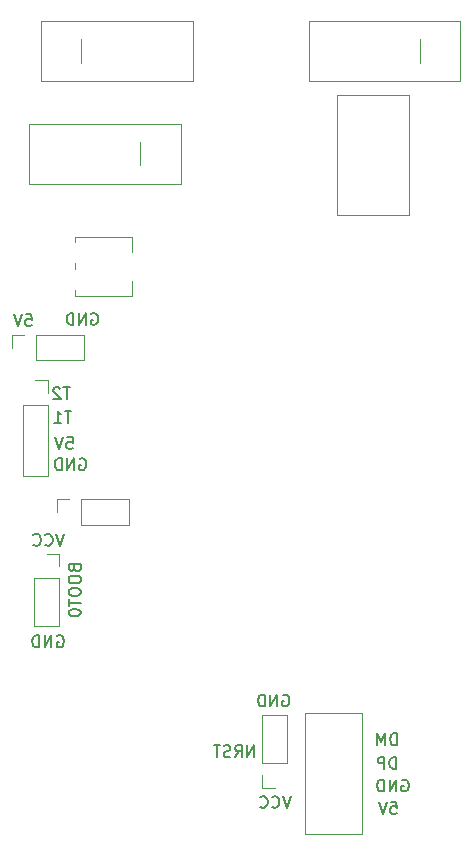
<source format=gbr>
%TF.GenerationSoftware,KiCad,Pcbnew,(5.1.6-0-10_14)*%
%TF.CreationDate,2020-12-05T10:50:09+01:00*%
%TF.ProjectId,Mys,4d79732e-6b69-4636-9164-5f7063625858,rev?*%
%TF.SameCoordinates,PX223cd58PY13c0734*%
%TF.FileFunction,Legend,Bot*%
%TF.FilePolarity,Positive*%
%FSLAX46Y46*%
G04 Gerber Fmt 4.6, Leading zero omitted, Abs format (unit mm)*
G04 Created by KiCad (PCBNEW (5.1.6-0-10_14)) date 2020-12-05 10:50:09*
%MOMM*%
%LPD*%
G01*
G04 APERTURE LIST*
%ADD10C,0.150000*%
%ADD11C,0.120000*%
G04 APERTURE END LIST*
D10*
X5461904Y-25100000D02*
X5557142Y-25052380D01*
X5700000Y-25052380D01*
X5842857Y-25100000D01*
X5938095Y-25195238D01*
X5985714Y-25290476D01*
X6033333Y-25480952D01*
X6033333Y-25623809D01*
X5985714Y-25814285D01*
X5938095Y-25909523D01*
X5842857Y-26004761D01*
X5700000Y-26052380D01*
X5604761Y-26052380D01*
X5461904Y-26004761D01*
X5414285Y-25957142D01*
X5414285Y-25623809D01*
X5604761Y-25623809D01*
X4985714Y-26052380D02*
X4985714Y-25052380D01*
X4414285Y-26052380D01*
X4414285Y-25052380D01*
X3938095Y-26052380D02*
X3938095Y-25052380D01*
X3700000Y-25052380D01*
X3557142Y-25100000D01*
X3461904Y-25195238D01*
X3414285Y-25290476D01*
X3366666Y-25480952D01*
X3366666Y-25623809D01*
X3414285Y-25814285D01*
X3461904Y-25909523D01*
X3557142Y-26004761D01*
X3700000Y-26052380D01*
X3938095Y-26052380D01*
X-109524Y-25152380D02*
X366666Y-25152380D01*
X414285Y-25628571D01*
X366666Y-25580952D01*
X271428Y-25533333D01*
X33333Y-25533333D01*
X-61905Y-25580952D01*
X-109524Y-25628571D01*
X-157143Y-25723809D01*
X-157143Y-25961904D01*
X-109524Y-26057142D01*
X-61905Y-26104761D01*
X33333Y-26152380D01*
X271428Y-26152380D01*
X366666Y-26104761D01*
X414285Y-26057142D01*
X-442858Y-25152380D02*
X-776191Y-26152380D01*
X-1109524Y-25152380D01*
X30790476Y-66452380D02*
X31266666Y-66452380D01*
X31314285Y-66928571D01*
X31266666Y-66880952D01*
X31171428Y-66833333D01*
X30933333Y-66833333D01*
X30838095Y-66880952D01*
X30790476Y-66928571D01*
X30742857Y-67023809D01*
X30742857Y-67261904D01*
X30790476Y-67357142D01*
X30838095Y-67404761D01*
X30933333Y-67452380D01*
X31171428Y-67452380D01*
X31266666Y-67404761D01*
X31314285Y-67357142D01*
X30457142Y-66452380D02*
X30123809Y-67452380D01*
X29790476Y-66452380D01*
X31761904Y-64600000D02*
X31857142Y-64552380D01*
X32000000Y-64552380D01*
X32142857Y-64600000D01*
X32238095Y-64695238D01*
X32285714Y-64790476D01*
X32333333Y-64980952D01*
X32333333Y-65123809D01*
X32285714Y-65314285D01*
X32238095Y-65409523D01*
X32142857Y-65504761D01*
X32000000Y-65552380D01*
X31904761Y-65552380D01*
X31761904Y-65504761D01*
X31714285Y-65457142D01*
X31714285Y-65123809D01*
X31904761Y-65123809D01*
X31285714Y-65552380D02*
X31285714Y-64552380D01*
X30714285Y-65552380D01*
X30714285Y-64552380D01*
X30238095Y-65552380D02*
X30238095Y-64552380D01*
X30000000Y-64552380D01*
X29857142Y-64600000D01*
X29761904Y-64695238D01*
X29714285Y-64790476D01*
X29666666Y-64980952D01*
X29666666Y-65123809D01*
X29714285Y-65314285D01*
X29761904Y-65409523D01*
X29857142Y-65504761D01*
X30000000Y-65552380D01*
X30238095Y-65552380D01*
X31261904Y-63652380D02*
X31261904Y-62652380D01*
X31023809Y-62652380D01*
X30880952Y-62700000D01*
X30785714Y-62795238D01*
X30738095Y-62890476D01*
X30690476Y-63080952D01*
X30690476Y-63223809D01*
X30738095Y-63414285D01*
X30785714Y-63509523D01*
X30880952Y-63604761D01*
X31023809Y-63652380D01*
X31261904Y-63652380D01*
X30261904Y-63652380D02*
X30261904Y-62652380D01*
X29880952Y-62652380D01*
X29785714Y-62700000D01*
X29738095Y-62747619D01*
X29690476Y-62842857D01*
X29690476Y-62985714D01*
X29738095Y-63080952D01*
X29785714Y-63128571D01*
X29880952Y-63176190D01*
X30261904Y-63176190D01*
X31333333Y-61652380D02*
X31333333Y-60652380D01*
X31095238Y-60652380D01*
X30952380Y-60700000D01*
X30857142Y-60795238D01*
X30809523Y-60890476D01*
X30761904Y-61080952D01*
X30761904Y-61223809D01*
X30809523Y-61414285D01*
X30857142Y-61509523D01*
X30952380Y-61604761D01*
X31095238Y-61652380D01*
X31333333Y-61652380D01*
X30333333Y-61652380D02*
X30333333Y-60652380D01*
X30000000Y-61366666D01*
X29666666Y-60652380D01*
X29666666Y-61652380D01*
X19242857Y-62652380D02*
X19242857Y-61652380D01*
X18671428Y-62652380D01*
X18671428Y-61652380D01*
X17623809Y-62652380D02*
X17957142Y-62176190D01*
X18195238Y-62652380D02*
X18195238Y-61652380D01*
X17814285Y-61652380D01*
X17719047Y-61700000D01*
X17671428Y-61747619D01*
X17623809Y-61842857D01*
X17623809Y-61985714D01*
X17671428Y-62080952D01*
X17719047Y-62128571D01*
X17814285Y-62176190D01*
X18195238Y-62176190D01*
X17242857Y-62604761D02*
X17100000Y-62652380D01*
X16861904Y-62652380D01*
X16766666Y-62604761D01*
X16719047Y-62557142D01*
X16671428Y-62461904D01*
X16671428Y-62366666D01*
X16719047Y-62271428D01*
X16766666Y-62223809D01*
X16861904Y-62176190D01*
X17052380Y-62128571D01*
X17147619Y-62080952D01*
X17195238Y-62033333D01*
X17242857Y-61938095D01*
X17242857Y-61842857D01*
X17195238Y-61747619D01*
X17147619Y-61700000D01*
X17052380Y-61652380D01*
X16814285Y-61652380D01*
X16671428Y-61700000D01*
X16385714Y-61652380D02*
X15814285Y-61652380D01*
X16100000Y-62652380D02*
X16100000Y-61652380D01*
X22333333Y-65952380D02*
X22000000Y-66952380D01*
X21666666Y-65952380D01*
X20761904Y-66857142D02*
X20809523Y-66904761D01*
X20952380Y-66952380D01*
X21047619Y-66952380D01*
X21190476Y-66904761D01*
X21285714Y-66809523D01*
X21333333Y-66714285D01*
X21380952Y-66523809D01*
X21380952Y-66380952D01*
X21333333Y-66190476D01*
X21285714Y-66095238D01*
X21190476Y-66000000D01*
X21047619Y-65952380D01*
X20952380Y-65952380D01*
X20809523Y-66000000D01*
X20761904Y-66047619D01*
X19761904Y-66857142D02*
X19809523Y-66904761D01*
X19952380Y-66952380D01*
X20047619Y-66952380D01*
X20190476Y-66904761D01*
X20285714Y-66809523D01*
X20333333Y-66714285D01*
X20380952Y-66523809D01*
X20380952Y-66380952D01*
X20333333Y-66190476D01*
X20285714Y-66095238D01*
X20190476Y-66000000D01*
X20047619Y-65952380D01*
X19952380Y-65952380D01*
X19809523Y-66000000D01*
X19761904Y-66047619D01*
X21661904Y-57400000D02*
X21757142Y-57352380D01*
X21900000Y-57352380D01*
X22042857Y-57400000D01*
X22138095Y-57495238D01*
X22185714Y-57590476D01*
X22233333Y-57780952D01*
X22233333Y-57923809D01*
X22185714Y-58114285D01*
X22138095Y-58209523D01*
X22042857Y-58304761D01*
X21900000Y-58352380D01*
X21804761Y-58352380D01*
X21661904Y-58304761D01*
X21614285Y-58257142D01*
X21614285Y-57923809D01*
X21804761Y-57923809D01*
X21185714Y-58352380D02*
X21185714Y-57352380D01*
X20614285Y-58352380D01*
X20614285Y-57352380D01*
X20138095Y-58352380D02*
X20138095Y-57352380D01*
X19900000Y-57352380D01*
X19757142Y-57400000D01*
X19661904Y-57495238D01*
X19614285Y-57590476D01*
X19566666Y-57780952D01*
X19566666Y-57923809D01*
X19614285Y-58114285D01*
X19661904Y-58209523D01*
X19757142Y-58304761D01*
X19900000Y-58352380D01*
X20138095Y-58352380D01*
X3661904Y-31352380D02*
X3090476Y-31352380D01*
X3376190Y-32352380D02*
X3376190Y-31352380D01*
X2804761Y-31447619D02*
X2757142Y-31400000D01*
X2661904Y-31352380D01*
X2423809Y-31352380D01*
X2328571Y-31400000D01*
X2280952Y-31447619D01*
X2233333Y-31542857D01*
X2233333Y-31638095D01*
X2280952Y-31780952D01*
X2852380Y-32352380D01*
X2233333Y-32352380D01*
X3761904Y-33352380D02*
X3190476Y-33352380D01*
X3476190Y-34352380D02*
X3476190Y-33352380D01*
X2333333Y-34352380D02*
X2904761Y-34352380D01*
X2619047Y-34352380D02*
X2619047Y-33352380D01*
X2714285Y-33495238D01*
X2809523Y-33590476D01*
X2904761Y-33638095D01*
X3390476Y-35552380D02*
X3866666Y-35552380D01*
X3914285Y-36028571D01*
X3866666Y-35980952D01*
X3771428Y-35933333D01*
X3533333Y-35933333D01*
X3438095Y-35980952D01*
X3390476Y-36028571D01*
X3342857Y-36123809D01*
X3342857Y-36361904D01*
X3390476Y-36457142D01*
X3438095Y-36504761D01*
X3533333Y-36552380D01*
X3771428Y-36552380D01*
X3866666Y-36504761D01*
X3914285Y-36457142D01*
X3057142Y-35552380D02*
X2723809Y-36552380D01*
X2390476Y-35552380D01*
X4461904Y-37400000D02*
X4557142Y-37352380D01*
X4700000Y-37352380D01*
X4842857Y-37400000D01*
X4938095Y-37495238D01*
X4985714Y-37590476D01*
X5033333Y-37780952D01*
X5033333Y-37923809D01*
X4985714Y-38114285D01*
X4938095Y-38209523D01*
X4842857Y-38304761D01*
X4700000Y-38352380D01*
X4604761Y-38352380D01*
X4461904Y-38304761D01*
X4414285Y-38257142D01*
X4414285Y-37923809D01*
X4604761Y-37923809D01*
X3985714Y-38352380D02*
X3985714Y-37352380D01*
X3414285Y-38352380D01*
X3414285Y-37352380D01*
X2938095Y-38352380D02*
X2938095Y-37352380D01*
X2700000Y-37352380D01*
X2557142Y-37400000D01*
X2461904Y-37495238D01*
X2414285Y-37590476D01*
X2366666Y-37780952D01*
X2366666Y-37923809D01*
X2414285Y-38114285D01*
X2461904Y-38209523D01*
X2557142Y-38304761D01*
X2700000Y-38352380D01*
X2938095Y-38352380D01*
X2561904Y-52400000D02*
X2657142Y-52352380D01*
X2800000Y-52352380D01*
X2942857Y-52400000D01*
X3038095Y-52495238D01*
X3085714Y-52590476D01*
X3133333Y-52780952D01*
X3133333Y-52923809D01*
X3085714Y-53114285D01*
X3038095Y-53209523D01*
X2942857Y-53304761D01*
X2800000Y-53352380D01*
X2704761Y-53352380D01*
X2561904Y-53304761D01*
X2514285Y-53257142D01*
X2514285Y-52923809D01*
X2704761Y-52923809D01*
X2085714Y-53352380D02*
X2085714Y-52352380D01*
X1514285Y-53352380D01*
X1514285Y-52352380D01*
X1038095Y-53352380D02*
X1038095Y-52352380D01*
X800000Y-52352380D01*
X657142Y-52400000D01*
X561904Y-52495238D01*
X514285Y-52590476D01*
X466666Y-52780952D01*
X466666Y-52923809D01*
X514285Y-53114285D01*
X561904Y-53209523D01*
X657142Y-53304761D01*
X800000Y-53352380D01*
X1038095Y-53352380D01*
X4028571Y-46666666D02*
X4076190Y-46809523D01*
X4123809Y-46857142D01*
X4219047Y-46904761D01*
X4361904Y-46904761D01*
X4457142Y-46857142D01*
X4504761Y-46809523D01*
X4552380Y-46714285D01*
X4552380Y-46333333D01*
X3552380Y-46333333D01*
X3552380Y-46666666D01*
X3600000Y-46761904D01*
X3647619Y-46809523D01*
X3742857Y-46857142D01*
X3838095Y-46857142D01*
X3933333Y-46809523D01*
X3980952Y-46761904D01*
X4028571Y-46666666D01*
X4028571Y-46333333D01*
X3552380Y-47523809D02*
X3552380Y-47714285D01*
X3600000Y-47809523D01*
X3695238Y-47904761D01*
X3885714Y-47952380D01*
X4219047Y-47952380D01*
X4409523Y-47904761D01*
X4504761Y-47809523D01*
X4552380Y-47714285D01*
X4552380Y-47523809D01*
X4504761Y-47428571D01*
X4409523Y-47333333D01*
X4219047Y-47285714D01*
X3885714Y-47285714D01*
X3695238Y-47333333D01*
X3600000Y-47428571D01*
X3552380Y-47523809D01*
X3552380Y-48571428D02*
X3552380Y-48761904D01*
X3600000Y-48857142D01*
X3695238Y-48952380D01*
X3885714Y-49000000D01*
X4219047Y-49000000D01*
X4409523Y-48952380D01*
X4504761Y-48857142D01*
X4552380Y-48761904D01*
X4552380Y-48571428D01*
X4504761Y-48476190D01*
X4409523Y-48380952D01*
X4219047Y-48333333D01*
X3885714Y-48333333D01*
X3695238Y-48380952D01*
X3600000Y-48476190D01*
X3552380Y-48571428D01*
X3552380Y-49285714D02*
X3552380Y-49857142D01*
X4552380Y-49571428D02*
X3552380Y-49571428D01*
X3552380Y-50380952D02*
X3552380Y-50476190D01*
X3600000Y-50571428D01*
X3647619Y-50619047D01*
X3742857Y-50666666D01*
X3933333Y-50714285D01*
X4171428Y-50714285D01*
X4361904Y-50666666D01*
X4457142Y-50619047D01*
X4504761Y-50571428D01*
X4552380Y-50476190D01*
X4552380Y-50380952D01*
X4504761Y-50285714D01*
X4457142Y-50238095D01*
X4361904Y-50190476D01*
X4171428Y-50142857D01*
X3933333Y-50142857D01*
X3742857Y-50190476D01*
X3647619Y-50238095D01*
X3600000Y-50285714D01*
X3552380Y-50380952D01*
X3133333Y-43752380D02*
X2800000Y-44752380D01*
X2466666Y-43752380D01*
X1561904Y-44657142D02*
X1609523Y-44704761D01*
X1752380Y-44752380D01*
X1847619Y-44752380D01*
X1990476Y-44704761D01*
X2085714Y-44609523D01*
X2133333Y-44514285D01*
X2180952Y-44323809D01*
X2180952Y-44180952D01*
X2133333Y-43990476D01*
X2085714Y-43895238D01*
X1990476Y-43800000D01*
X1847619Y-43752380D01*
X1752380Y-43752380D01*
X1609523Y-43800000D01*
X1561904Y-43847619D01*
X561904Y-44657142D02*
X609523Y-44704761D01*
X752380Y-44752380D01*
X847619Y-44752380D01*
X990476Y-44704761D01*
X1085714Y-44609523D01*
X1133333Y-44514285D01*
X1180952Y-44323809D01*
X1180952Y-44180952D01*
X1133333Y-43990476D01*
X1085714Y-43895238D01*
X990476Y-43800000D01*
X847619Y-43752380D01*
X752380Y-43752380D01*
X609523Y-43800000D01*
X561904Y-43847619D01*
D11*
%TO.C,J3*%
X1760000Y-30740000D02*
X700000Y-30740000D01*
X1760000Y-31800000D02*
X1760000Y-30740000D01*
X1760000Y-32800000D02*
X-360000Y-32800000D01*
X-360000Y-32800000D02*
X-360000Y-38860000D01*
X1760000Y-32800000D02*
X1760000Y-38860000D01*
X1760000Y-38860000D02*
X-360000Y-38860000D01*
%TO.C,J2*%
X2760000Y-51560000D02*
X640000Y-51560000D01*
X2760000Y-47500000D02*
X2760000Y-51560000D01*
X640000Y-47500000D02*
X640000Y-51560000D01*
X2760000Y-47500000D02*
X640000Y-47500000D01*
X2760000Y-46500000D02*
X2760000Y-45440000D01*
X2760000Y-45440000D02*
X1700000Y-45440000D01*
%TO.C,J6*%
X8660000Y-40840000D02*
X8660000Y-42960000D01*
X4600000Y-40840000D02*
X8660000Y-40840000D01*
X4600000Y-42960000D02*
X8660000Y-42960000D01*
X4600000Y-40840000D02*
X4600000Y-42960000D01*
X3600000Y-40840000D02*
X2540000Y-40840000D01*
X2540000Y-40840000D02*
X2540000Y-41900000D01*
%TO.C,J5*%
X-1260000Y-26940000D02*
X-1260000Y-28000000D01*
X-200000Y-26940000D02*
X-1260000Y-26940000D01*
X800000Y-26940000D02*
X800000Y-29060000D01*
X800000Y-29060000D02*
X4860000Y-29060000D01*
X800000Y-26940000D02*
X4860000Y-26940000D01*
X4860000Y-26940000D02*
X4860000Y-29060000D01*
%TO.C,RV1*%
X8920000Y-18580000D02*
X4080000Y-18580000D01*
X8920000Y-23620000D02*
X4080000Y-23620000D01*
X8920000Y-18580000D02*
X8920000Y-19860000D01*
X8920000Y-22340000D02*
X8920000Y-23620000D01*
X4080000Y-18580000D02*
X4080000Y-19060000D01*
X4080000Y-20840000D02*
X4080000Y-21360000D01*
X4080000Y-23140000D02*
X4080000Y-23620000D01*
X8920000Y-18960000D02*
X8920000Y-18960000D01*
X8920000Y-18960000D02*
X8920000Y-19860000D01*
X8920000Y-18960000D02*
X8920000Y-19860000D01*
%TO.C,SW3*%
X26297000Y-16756000D02*
X26297000Y-6556000D01*
X32397000Y-16756000D02*
X26297000Y-16756000D01*
X32397000Y-6556000D02*
X32397000Y-16756000D01*
X26297000Y-6556000D02*
X32397000Y-6556000D01*
%TO.C,J1*%
X28341000Y-69156200D02*
X23541000Y-69156200D01*
X23541000Y-69156200D02*
X23541000Y-58956200D01*
X23541000Y-58956200D02*
X28341000Y-58956200D01*
X28341000Y-58956200D02*
X28341000Y-69156200D01*
%TO.C,SW2*%
X33280000Y-1850000D02*
X33280000Y-3850000D01*
X36693500Y-2850000D02*
X36693500Y-310000D01*
X36693500Y-310000D02*
X23866500Y-310000D01*
X23866500Y-310000D02*
X23866500Y-5390000D01*
X23866500Y-5390000D02*
X36693500Y-5390000D01*
X36693500Y-5390000D02*
X36693500Y-2850000D01*
%TO.C,SW1*%
X1206500Y-310000D02*
X1206500Y-2850000D01*
X14033500Y-310000D02*
X1206500Y-310000D01*
X14033500Y-5390000D02*
X14033500Y-310000D01*
X1206500Y-5390000D02*
X14033500Y-5390000D01*
X1206500Y-2850000D02*
X1206500Y-5390000D01*
X4620000Y-3850000D02*
X4620000Y-1850000D01*
%TO.C,SW4*%
X9600000Y-10550000D02*
X9600000Y-12550000D01*
X13013500Y-11550000D02*
X13013500Y-9010000D01*
X13013500Y-9010000D02*
X186500Y-9010000D01*
X186500Y-9010000D02*
X186500Y-14090000D01*
X186500Y-14090000D02*
X13013500Y-14090000D01*
X13013500Y-14090000D02*
X13013500Y-11550000D01*
%TO.C,J4*%
X19920000Y-59123200D02*
X22040000Y-59123200D01*
X19920000Y-63183200D02*
X19920000Y-59123200D01*
X22040000Y-63183200D02*
X22040000Y-59123200D01*
X19920000Y-63183200D02*
X22040000Y-63183200D01*
X19920000Y-64183200D02*
X19920000Y-65243200D01*
X19920000Y-65243200D02*
X20980000Y-65243200D01*
%TD*%
M02*

</source>
